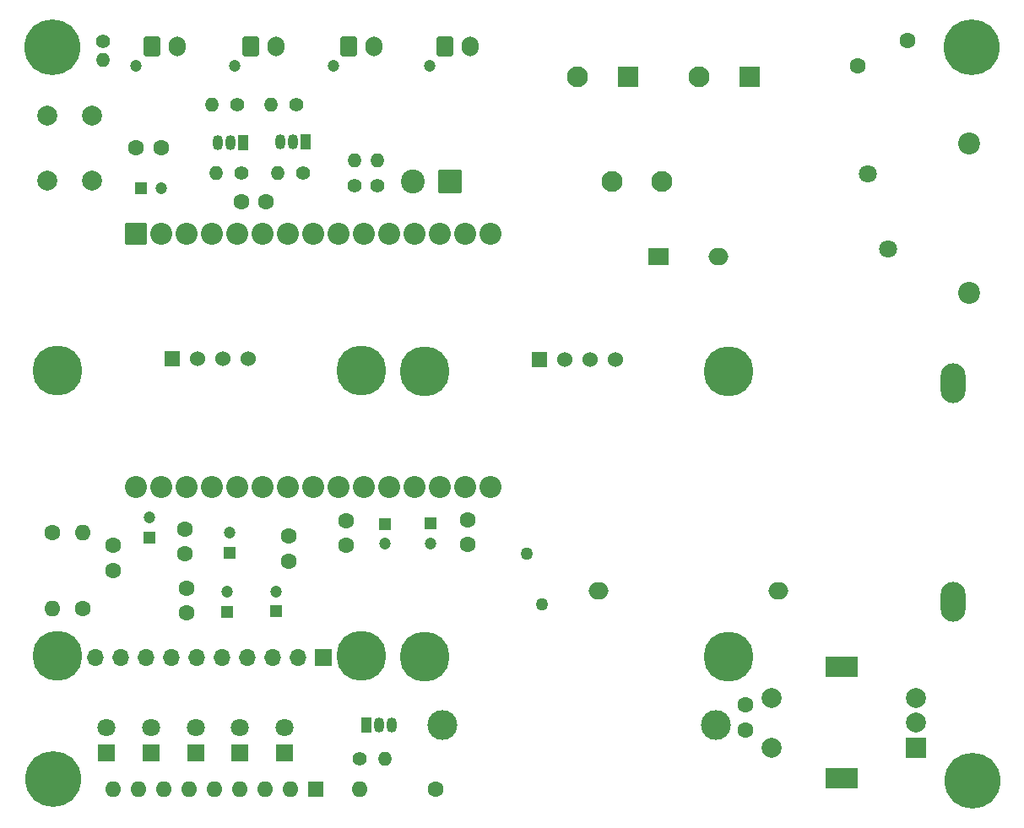
<source format=gts>
%TF.GenerationSoftware,KiCad,Pcbnew,9.0.0*%
%TF.CreationDate,2026-01-24T21:54:58+01:00*%
%TF.ProjectId,MashMachine V2.0,4d617368-4d61-4636-9869-6e652056322e,rev?*%
%TF.SameCoordinates,Original*%
%TF.FileFunction,Soldermask,Top*%
%TF.FilePolarity,Negative*%
%FSLAX46Y46*%
G04 Gerber Fmt 4.6, Leading zero omitted, Abs format (unit mm)*
G04 Created by KiCad (PCBNEW 9.0.0) date 2026-01-24 21:54:58*
%MOMM*%
%LPD*%
G01*
G04 APERTURE LIST*
G04 Aperture macros list*
%AMRoundRect*
0 Rectangle with rounded corners*
0 $1 Rounding radius*
0 $2 $3 $4 $5 $6 $7 $8 $9 X,Y pos of 4 corners*
0 Add a 4 corners polygon primitive as box body*
4,1,4,$2,$3,$4,$5,$6,$7,$8,$9,$2,$3,0*
0 Add four circle primitives for the rounded corners*
1,1,$1+$1,$2,$3*
1,1,$1+$1,$4,$5*
1,1,$1+$1,$6,$7*
1,1,$1+$1,$8,$9*
0 Add four rect primitives between the rounded corners*
20,1,$1+$1,$2,$3,$4,$5,0*
20,1,$1+$1,$4,$5,$6,$7,0*
20,1,$1+$1,$6,$7,$8,$9,0*
20,1,$1+$1,$8,$9,$2,$3,0*%
G04 Aperture macros list end*
%ADD10R,1.524000X1.524000*%
%ADD11C,1.524000*%
%ADD12C,5.000000*%
%ADD13C,1.200000*%
%ADD14R,1.200000X1.200000*%
%ADD15O,1.400000X1.400000*%
%ADD16C,1.400000*%
%ADD17C,2.000000*%
%ADD18RoundRect,0.250000X-0.600000X-0.750000X0.600000X-0.750000X0.600000X0.750000X-0.600000X0.750000X0*%
%ADD19O,1.700000X2.000000*%
%ADD20R,1.800000X1.800000*%
%ADD21C,1.800000*%
%ADD22C,5.600000*%
%ADD23R,1.050000X1.500000*%
%ADD24O,1.050000X1.500000*%
%ADD25R,2.000000X2.000000*%
%ADD26R,3.200000X2.000000*%
%ADD27R,1.600000X1.600000*%
%ADD28O,1.600000X1.600000*%
%ADD29RoundRect,0.210000X0.840000X0.840000X-0.840000X0.840000X-0.840000X-0.840000X0.840000X-0.840000X0*%
%ADD30C,2.100000*%
%ADD31C,1.600000*%
%ADD32C,3.000000*%
%ADD33C,2.200000*%
%ADD34R,2.000000X1.700000*%
%ADD35O,2.000000X1.700000*%
%ADD36O,2.500000X4.000000*%
%ADD37C,1.270000*%
%ADD38RoundRect,0.102000X-1.000000X1.000000X-1.000000X-1.000000X1.000000X-1.000000X1.000000X1.000000X0*%
%ADD39C,2.204000*%
%ADD40RoundRect,0.249600X-0.950400X-0.950400X0.950400X-0.950400X0.950400X0.950400X-0.950400X0.950400X0*%
%ADD41C,2.400000*%
%ADD42R,1.700000X1.700000*%
%ADD43O,1.700000X1.700000*%
G04 APERTURE END LIST*
D10*
%TO.C,Brd1*%
X117428000Y-90270400D03*
D11*
X119968000Y-90270400D03*
X122508000Y-90270400D03*
X125048000Y-90270400D03*
D12*
X105898000Y-91460400D03*
X105898000Y-120060400D03*
X136398000Y-91460400D03*
X136398000Y-120060400D03*
%TD*%
D13*
%TO.C,C18*%
X127838200Y-113628200D03*
D14*
X127838200Y-115628200D03*
%TD*%
D15*
%TO.C,R11*%
X127355600Y-64770000D03*
D16*
X129895600Y-64770000D03*
%TD*%
%TO.C,R7*%
X110515400Y-58450400D03*
D15*
X110515400Y-60350400D03*
%TD*%
D17*
%TO.C,SW2*%
X104902000Y-72413000D03*
X104902000Y-65913000D03*
X109402000Y-72413000D03*
X109402000Y-65913000D03*
%TD*%
D13*
%TO.C,J1*%
X123718000Y-60928000D03*
D18*
X125318000Y-58928000D03*
D19*
X127818000Y-58928000D03*
%TD*%
D20*
%TO.C,DC1*%
X110871000Y-129793999D03*
D21*
X110871000Y-127253999D03*
%TD*%
D13*
%TO.C,J3*%
X133568000Y-60928000D03*
D18*
X135168000Y-58928000D03*
D19*
X137668000Y-58928000D03*
%TD*%
D22*
%TO.C,H1*%
X197612000Y-59055000D03*
%TD*%
%TO.C,H3*%
X105460800Y-132435600D03*
%TD*%
D10*
%TO.C,Brd2*%
X154258000Y-90352000D03*
D11*
X156798000Y-90352000D03*
X159338000Y-90352000D03*
X161878000Y-90352000D03*
D12*
X142728000Y-91542000D03*
X142728000Y-120142000D03*
X173228000Y-91542000D03*
X173228000Y-120142000D03*
%TD*%
D20*
%TO.C,LED1*%
X119788000Y-129793998D03*
D21*
X119788000Y-127253998D03*
%TD*%
D13*
%TO.C,J4*%
X143220000Y-60928000D03*
D18*
X144820000Y-58928000D03*
D19*
X147320000Y-58928000D03*
%TD*%
D20*
%TO.C,LED3*%
X128678000Y-129793998D03*
D21*
X128678000Y-127253998D03*
%TD*%
D23*
%TO.C,Air_temp1*%
X136906000Y-127000000D03*
D24*
X138176000Y-127000000D03*
X139446000Y-127000000D03*
%TD*%
D25*
%TO.C,SW1*%
X192046000Y-129286000D03*
D17*
X192046000Y-124286000D03*
X192046000Y-126786000D03*
D26*
X184545999Y-132386000D03*
X184545999Y-121186000D03*
D17*
X177546000Y-124286000D03*
X177546000Y-129286000D03*
%TD*%
D22*
%TO.C,H2*%
X105410000Y-59055000D03*
%TD*%
D27*
%TO.C,RN1*%
X131826000Y-133477000D03*
D28*
X129286000Y-133477000D03*
X126746000Y-133477000D03*
X124206000Y-133477000D03*
X121666000Y-133477000D03*
X119126000Y-133477000D03*
X116586000Y-133477000D03*
X114046000Y-133477000D03*
X111506000Y-133477000D03*
%TD*%
D29*
%TO.C,J6*%
X163169600Y-62026800D03*
D30*
X158089600Y-62026800D03*
%TD*%
D29*
%TO.C,J2*%
X175361600Y-62026800D03*
D30*
X170281600Y-62026800D03*
%TD*%
D13*
%TO.C,J5*%
X113812000Y-60928000D03*
D18*
X115412000Y-58928000D03*
D19*
X117912000Y-58928000D03*
%TD*%
D20*
%TO.C,OnOff1*%
X115343001Y-129794000D03*
D21*
X115343001Y-127254000D03*
%TD*%
D20*
%TO.C,LED2*%
X124233000Y-129793998D03*
D21*
X124233000Y-127253998D03*
%TD*%
D22*
%TO.C,H4*%
X197662800Y-132588000D03*
%TD*%
D31*
%TO.C,C8*%
X174893999Y-127516001D03*
X174893999Y-125016001D03*
%TD*%
D16*
%TO.C,R10*%
X130544500Y-71631500D03*
D15*
X128004500Y-71631500D03*
%TD*%
D31*
%TO.C,R3*%
X143891000Y-133477000D03*
D28*
X136271000Y-133477000D03*
%TD*%
D31*
%TO.C,C6*%
X111506000Y-109026000D03*
X111506000Y-111526000D03*
%TD*%
D16*
%TO.C,R5*%
X135763000Y-72975000D03*
D15*
X135763000Y-70435000D03*
%TD*%
D32*
%TO.C,U3*%
X144488000Y-127000000D03*
X171988000Y-127000000D03*
%TD*%
D14*
%TO.C,C16*%
X143383000Y-106839000D03*
D13*
X143383000Y-108839000D03*
%TD*%
D21*
%TO.C,RV1*%
X189230000Y-79248000D03*
X187230000Y-71747999D03*
%TD*%
D33*
%TO.C,C14*%
X197358000Y-83700000D03*
X197358000Y-68700000D03*
%TD*%
D31*
%TO.C,C13*%
X116332000Y-69088000D03*
X113832000Y-69088000D03*
%TD*%
D16*
%TO.C,R6*%
X138049000Y-72975000D03*
D15*
X138049000Y-70435000D03*
%TD*%
D16*
%TO.C,R8*%
X124410000Y-71649000D03*
D15*
X121870000Y-71649000D03*
%TD*%
D23*
%TO.C,Q2*%
X130848500Y-68562500D03*
D24*
X129578500Y-68562500D03*
X128308500Y-68562500D03*
%TD*%
D34*
%TO.C,PS1*%
X166207000Y-80011500D03*
D35*
X172207000Y-80011500D03*
X160207001Y-113611500D03*
X178207000Y-113611500D03*
%TD*%
D14*
%TO.C,C7*%
X123190000Y-109736000D03*
D13*
X123190000Y-107736000D03*
%TD*%
D16*
%TO.C,R9*%
X123979000Y-64791000D03*
D15*
X121439000Y-64791000D03*
%TD*%
D31*
%TO.C,R2*%
X108458000Y-115356000D03*
D28*
X108458000Y-107736000D03*
%TD*%
D31*
%TO.C,C17*%
X134874000Y-109016800D03*
X134874000Y-106516800D03*
%TD*%
%TO.C,TH1*%
X186171199Y-60889200D03*
X191171199Y-58389200D03*
%TD*%
%TO.C,R1*%
X105410000Y-107736000D03*
D28*
X105410000Y-115356000D03*
%TD*%
D16*
%TO.C,R4*%
X136271000Y-130429000D03*
D15*
X138811000Y-130429000D03*
%TD*%
D31*
%TO.C,C11*%
X147066000Y-108926000D03*
X147066000Y-106426000D03*
%TD*%
D14*
%TO.C,C1*%
X122936000Y-115653601D03*
D13*
X122936000Y-113653601D03*
%TD*%
D36*
%TO.C,F1*%
X195783200Y-92710000D03*
X195783200Y-114710000D03*
%TD*%
D14*
%TO.C,C15*%
X138811001Y-106871001D03*
D13*
X138811001Y-108871001D03*
%TD*%
D37*
%TO.C,F2*%
X154559000Y-114935000D03*
X152959000Y-109834999D03*
%TD*%
D14*
%TO.C,C12*%
X114343400Y-73152000D03*
D13*
X116343400Y-73152000D03*
%TD*%
D31*
%TO.C,C4*%
X126853000Y-74549000D03*
X124353000Y-74549000D03*
%TD*%
%TO.C,C9*%
X118745000Y-109855000D03*
X118745000Y-107355000D03*
%TD*%
D38*
%TO.C,U4*%
X113792000Y-77724000D03*
D39*
X116332000Y-77723999D03*
X118872000Y-77724000D03*
X121412000Y-77723999D03*
X123952000Y-77724000D03*
X126492000Y-77723999D03*
X129032000Y-77724000D03*
X131572001Y-77724000D03*
X134112000Y-77724000D03*
X136652001Y-77724000D03*
X139192000Y-77724000D03*
X141732000Y-77723999D03*
X144272000Y-77724000D03*
X146812000Y-77724000D03*
X149352000Y-77724000D03*
X149352000Y-103124000D03*
X146812000Y-103124000D03*
X144272000Y-103124000D03*
X141732000Y-103124001D03*
X139192000Y-103124000D03*
X136652000Y-103124001D03*
X134112000Y-103124000D03*
X131572000Y-103124001D03*
X129032000Y-103124000D03*
X126491999Y-103124000D03*
X123952000Y-103124000D03*
X121411999Y-103124000D03*
X118872000Y-103124000D03*
X116331999Y-103124000D03*
X113792000Y-103124000D03*
%TD*%
D23*
%TO.C,Q1*%
X124587000Y-68580000D03*
D24*
X123317000Y-68580000D03*
X122047000Y-68580000D03*
%TD*%
D14*
%TO.C,C10*%
X115189000Y-108200600D03*
D13*
X115189000Y-106200600D03*
%TD*%
D31*
%TO.C,C2*%
X118872000Y-115804000D03*
X118872000Y-113304000D03*
%TD*%
D30*
%TO.C,U5*%
X161532001Y-72531499D03*
X166532001Y-72531499D03*
D40*
X145282001Y-72531499D03*
D41*
X141532001Y-72531499D03*
%TD*%
D31*
%TO.C,C3*%
X129159000Y-108097000D03*
X129159000Y-110597000D03*
%TD*%
D42*
%TO.C,U2*%
X132588000Y-120269000D03*
D43*
X130048000Y-120269000D03*
X127508000Y-120269000D03*
X124968000Y-120269000D03*
X122428000Y-120269000D03*
X119888000Y-120269000D03*
X117348000Y-120269000D03*
X114808000Y-120269000D03*
X112268000Y-120269000D03*
X109728000Y-120269000D03*
%TD*%
M02*

</source>
